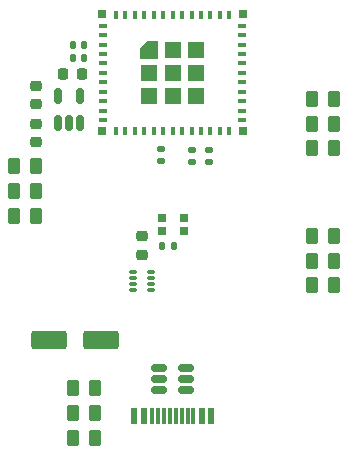
<source format=gbr>
G04 #@! TF.GenerationSoftware,KiCad,Pcbnew,8.0.5*
G04 #@! TF.CreationDate,2024-12-08T19:55:37-06:00*
G04 #@! TF.ProjectId,kbxIrBlaster,6b627849-7242-46c6-9173-7465722e6b69,rev?*
G04 #@! TF.SameCoordinates,Original*
G04 #@! TF.FileFunction,Paste,Top*
G04 #@! TF.FilePolarity,Positive*
%FSLAX46Y46*%
G04 Gerber Fmt 4.6, Leading zero omitted, Abs format (unit mm)*
G04 Created by KiCad (PCBNEW 8.0.5) date 2024-12-08 19:55:37*
%MOMM*%
%LPD*%
G01*
G04 APERTURE LIST*
G04 Aperture macros list*
%AMRoundRect*
0 Rectangle with rounded corners*
0 $1 Rounding radius*
0 $2 $3 $4 $5 $6 $7 $8 $9 X,Y pos of 4 corners*
0 Add a 4 corners polygon primitive as box body*
4,1,4,$2,$3,$4,$5,$6,$7,$8,$9,$2,$3,0*
0 Add four circle primitives for the rounded corners*
1,1,$1+$1,$2,$3*
1,1,$1+$1,$4,$5*
1,1,$1+$1,$6,$7*
1,1,$1+$1,$8,$9*
0 Add four rect primitives between the rounded corners*
20,1,$1+$1,$2,$3,$4,$5,0*
20,1,$1+$1,$4,$5,$6,$7,0*
20,1,$1+$1,$6,$7,$8,$9,0*
20,1,$1+$1,$8,$9,$2,$3,0*%
%AMFreePoly0*
4,1,6,0.725000,-0.725000,-0.725000,-0.725000,-0.725000,0.125000,-0.125000,0.725000,0.725000,0.725000,0.725000,-0.725000,0.725000,-0.725000,$1*%
G04 Aperture macros list end*
%ADD10R,0.600000X1.450000*%
%ADD11R,0.300000X1.450000*%
%ADD12RoundRect,0.150000X0.512500X0.150000X-0.512500X0.150000X-0.512500X-0.150000X0.512500X-0.150000X0*%
%ADD13RoundRect,0.250000X0.262500X0.450000X-0.262500X0.450000X-0.262500X-0.450000X0.262500X-0.450000X0*%
%ADD14R,0.700000X0.700000*%
%ADD15RoundRect,0.250000X-0.262500X-0.450000X0.262500X-0.450000X0.262500X0.450000X-0.262500X0.450000X0*%
%ADD16RoundRect,0.225000X0.225000X0.250000X-0.225000X0.250000X-0.225000X-0.250000X0.225000X-0.250000X0*%
%ADD17RoundRect,0.218750X0.256250X-0.218750X0.256250X0.218750X-0.256250X0.218750X-0.256250X-0.218750X0*%
%ADD18R,0.800000X0.400000*%
%ADD19R,0.400000X0.800000*%
%ADD20FreePoly0,0.000000*%
%ADD21R,1.450000X1.450000*%
%ADD22RoundRect,0.135000X-0.185000X0.135000X-0.185000X-0.135000X0.185000X-0.135000X0.185000X0.135000X0*%
%ADD23RoundRect,0.140000X0.140000X0.170000X-0.140000X0.170000X-0.140000X-0.170000X0.140000X-0.170000X0*%
%ADD24RoundRect,0.225000X0.250000X-0.225000X0.250000X0.225000X-0.250000X0.225000X-0.250000X-0.225000X0*%
%ADD25RoundRect,0.050000X-0.285000X-0.100000X0.285000X-0.100000X0.285000X0.100000X-0.285000X0.100000X0*%
%ADD26RoundRect,0.135000X0.185000X-0.135000X0.185000X0.135000X-0.185000X0.135000X-0.185000X-0.135000X0*%
%ADD27RoundRect,0.225000X-0.250000X0.225000X-0.250000X-0.225000X0.250000X-0.225000X0.250000X0.225000X0*%
%ADD28RoundRect,0.140000X-0.140000X-0.170000X0.140000X-0.170000X0.140000X0.170000X-0.140000X0.170000X0*%
%ADD29RoundRect,0.150000X0.150000X-0.512500X0.150000X0.512500X-0.150000X0.512500X-0.150000X-0.512500X0*%
%ADD30RoundRect,0.250000X1.250000X0.550000X-1.250000X0.550000X-1.250000X-0.550000X1.250000X-0.550000X0*%
G04 APERTURE END LIST*
D10*
X146750000Y-106255000D03*
X147550000Y-106255000D03*
D11*
X148750000Y-106255000D03*
X149750000Y-106255000D03*
X150250000Y-106255000D03*
X151250000Y-106255000D03*
D10*
X152450000Y-106255000D03*
X153250000Y-106255000D03*
X153250000Y-106255000D03*
X152450000Y-106255000D03*
D11*
X151750000Y-106255000D03*
X150750000Y-106255000D03*
X149250000Y-106255000D03*
X148250000Y-106255000D03*
D10*
X147550000Y-106255000D03*
X146750000Y-106255000D03*
D12*
X151137500Y-104050000D03*
X151137500Y-103100000D03*
X151137500Y-102150000D03*
X148862500Y-102150000D03*
X148862500Y-103100000D03*
X148862500Y-104050000D03*
D13*
X143402199Y-103900000D03*
X141577199Y-103900000D03*
D14*
X150915000Y-90550000D03*
X150915000Y-89450000D03*
X149085000Y-89450000D03*
X149085000Y-90550000D03*
D15*
X161787500Y-79400000D03*
X163612500Y-79400000D03*
D13*
X143402199Y-106000000D03*
X141577199Y-106000000D03*
D16*
X142275000Y-77300000D03*
X140725000Y-77300000D03*
D17*
X147382717Y-92587500D03*
X147382717Y-91012500D03*
D13*
X163612500Y-81500000D03*
X161787500Y-81500000D03*
D18*
X144095300Y-73200000D03*
X144095300Y-74000000D03*
X144095300Y-74800000D03*
X144095300Y-75600000D03*
X144095300Y-76400000D03*
X144095300Y-77200000D03*
X144095300Y-78000000D03*
X144095300Y-78800000D03*
X144095300Y-79600000D03*
X144095300Y-80400000D03*
X144095300Y-81200000D03*
D19*
X145195300Y-82100000D03*
X145995300Y-82100000D03*
X146795300Y-82100000D03*
X147595300Y-82100000D03*
X148395300Y-82100000D03*
X149195300Y-82100000D03*
X149995300Y-82100000D03*
X150795300Y-82100000D03*
X151595300Y-82100000D03*
X152395300Y-82100000D03*
X153195300Y-82100000D03*
X153995300Y-82100000D03*
X154795300Y-82100000D03*
D18*
X155895300Y-81200000D03*
X155895300Y-80400000D03*
X155895300Y-79600000D03*
X155895300Y-78800000D03*
X155895300Y-78000000D03*
X155895300Y-77200000D03*
X155895300Y-76400000D03*
X155895300Y-75600000D03*
X155895300Y-74800000D03*
X155895300Y-74000000D03*
X155895300Y-73200000D03*
D19*
X154795300Y-72300000D03*
X153995300Y-72300000D03*
X153195300Y-72300000D03*
X152395300Y-72300000D03*
X151595300Y-72300000D03*
X150795300Y-72300000D03*
X149995300Y-72300000D03*
X149195300Y-72300000D03*
X148395300Y-72300000D03*
X147595300Y-72300000D03*
X146795300Y-72300000D03*
X145995300Y-72300000D03*
X145195300Y-72300000D03*
D20*
X148020300Y-75225000D03*
D21*
X148020300Y-77200000D03*
X148020300Y-79175000D03*
X149995300Y-75225000D03*
X149995300Y-77200000D03*
X149995300Y-79175000D03*
X151970300Y-75225000D03*
X151970300Y-77200000D03*
X151970300Y-79175000D03*
D14*
X155945300Y-72250000D03*
X155945300Y-82150000D03*
X144045300Y-82150000D03*
X144045300Y-72250000D03*
D13*
X163612500Y-83600000D03*
X161787500Y-83600000D03*
D22*
X151595300Y-83690000D03*
X151595300Y-84710000D03*
D13*
X138412500Y-87200000D03*
X136587500Y-87200000D03*
X138412500Y-89300000D03*
X136587500Y-89300000D03*
D15*
X161787500Y-93100000D03*
X163612500Y-93100000D03*
X161787500Y-95200000D03*
X163612500Y-95200000D03*
D22*
X153100000Y-83689652D03*
X153100000Y-84709652D03*
D23*
X142480000Y-75900000D03*
X141520000Y-75900000D03*
D15*
X161787500Y-91000000D03*
X163612500Y-91000000D03*
D24*
X138400000Y-83075000D03*
X138400000Y-81525000D03*
D25*
X146660000Y-94050000D03*
X146660000Y-94550000D03*
X146660000Y-95050000D03*
X146660000Y-95550000D03*
X148140000Y-95550000D03*
X148140000Y-95050000D03*
X148140000Y-94550000D03*
X148140000Y-94050000D03*
D26*
X149000000Y-84701844D03*
X149000000Y-83681844D03*
D27*
X138400000Y-78325000D03*
X138400000Y-79875000D03*
D23*
X142480000Y-74800000D03*
X141520000Y-74800000D03*
D28*
X149120000Y-91900000D03*
X150080000Y-91900000D03*
D29*
X140250000Y-81437500D03*
X141200000Y-81437500D03*
X142150000Y-81437500D03*
X142150000Y-79162500D03*
X140250000Y-79162500D03*
D13*
X138412500Y-85100000D03*
X136587500Y-85100000D03*
X143402199Y-108100000D03*
X141577199Y-108100000D03*
D30*
X143900000Y-99800000D03*
X139500000Y-99800000D03*
M02*

</source>
